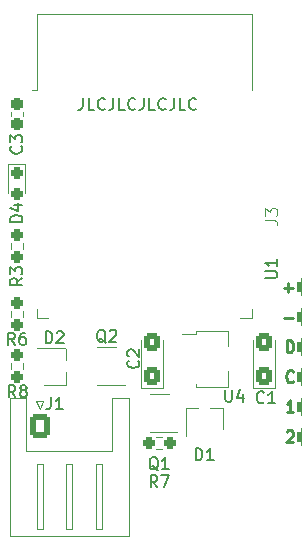
<source format=gto>
%TF.GenerationSoftware,KiCad,Pcbnew,7.0.1-0*%
%TF.CreationDate,2023-06-03T17:14:53+02:00*%
%TF.ProjectId,BatMon,4261744d-6f6e-42e6-9b69-6361645f7063,rev?*%
%TF.SameCoordinates,Original*%
%TF.FileFunction,Legend,Top*%
%TF.FilePolarity,Positive*%
%FSLAX46Y46*%
G04 Gerber Fmt 4.6, Leading zero omitted, Abs format (unit mm)*
G04 Created by KiCad (PCBNEW 7.0.1-0) date 2023-06-03 17:14:53*
%MOMM*%
%LPD*%
G01*
G04 APERTURE LIST*
G04 Aperture macros list*
%AMRoundRect*
0 Rectangle with rounded corners*
0 $1 Rounding radius*
0 $2 $3 $4 $5 $6 $7 $8 $9 X,Y pos of 4 corners*
0 Add a 4 corners polygon primitive as box body*
4,1,4,$2,$3,$4,$5,$6,$7,$8,$9,$2,$3,0*
0 Add four circle primitives for the rounded corners*
1,1,$1+$1,$2,$3*
1,1,$1+$1,$4,$5*
1,1,$1+$1,$6,$7*
1,1,$1+$1,$8,$9*
0 Add four rect primitives between the rounded corners*
20,1,$1+$1,$2,$3,$4,$5,0*
20,1,$1+$1,$4,$5,$6,$7,0*
20,1,$1+$1,$6,$7,$8,$9,0*
20,1,$1+$1,$8,$9,$2,$3,0*%
%AMFreePoly0*
4,1,9,5.362500,-0.866500,1.237500,-0.866500,1.237500,-0.450000,-1.237500,-0.450000,-1.237500,0.450000,1.237500,0.450000,1.237500,0.866500,5.362500,0.866500,5.362500,-0.866500,5.362500,-0.866500,$1*%
G04 Aperture macros list end*
%ADD10C,0.150000*%
%ADD11C,0.250000*%
%ADD12C,0.100000*%
%ADD13C,0.120000*%
%ADD14RoundRect,0.237500X-0.250000X-0.237500X0.250000X-0.237500X0.250000X0.237500X-0.250000X0.237500X0*%
%ADD15RoundRect,0.237500X-0.237500X0.250000X-0.237500X-0.250000X0.237500X-0.250000X0.237500X0.250000X0*%
%ADD16RoundRect,0.400000X3.100000X-0.400000X3.100000X0.400000X-3.100000X0.400000X-3.100000X-0.400000X0*%
%ADD17RoundRect,0.400000X2.600000X-0.400000X2.600000X0.400000X-2.600000X0.400000X-2.600000X-0.400000X0*%
%ADD18R,1.220000X0.650000*%
%ADD19RoundRect,0.237500X0.237500X-0.250000X0.237500X0.250000X-0.237500X0.250000X-0.237500X-0.250000X0*%
%ADD20RoundRect,0.237500X0.237500X-0.300000X0.237500X0.300000X-0.237500X0.300000X-0.237500X-0.300000X0*%
%ADD21C,0.600000*%
%ADD22R,3.800000X3.800000*%
%ADD23R,1.500000X0.900000*%
%ADD24R,0.900000X1.500000*%
%ADD25R,0.700000X0.510000*%
%ADD26RoundRect,0.250000X0.425000X-0.537500X0.425000X0.537500X-0.425000X0.537500X-0.425000X-0.537500X0*%
%ADD27R,2.300000X0.900000*%
%ADD28FreePoly0,0.000000*%
%ADD29R,1.000000X1.000000*%
%ADD30O,1.000000X1.000000*%
%ADD31R,0.650000X1.220000*%
%ADD32RoundRect,0.250000X-0.600000X-0.725000X0.600000X-0.725000X0.600000X0.725000X-0.600000X0.725000X0*%
%ADD33O,1.700000X1.950000*%
%ADD34RoundRect,0.237500X-0.237500X0.287500X-0.237500X-0.287500X0.237500X-0.287500X0.237500X0.287500X0*%
G04 APERTURE END LIST*
D10*
X126888809Y-56662619D02*
X126888809Y-57376904D01*
X126888809Y-57376904D02*
X126841190Y-57519761D01*
X126841190Y-57519761D02*
X126745952Y-57615000D01*
X126745952Y-57615000D02*
X126603095Y-57662619D01*
X126603095Y-57662619D02*
X126507857Y-57662619D01*
X127841190Y-57662619D02*
X127365000Y-57662619D01*
X127365000Y-57662619D02*
X127365000Y-56662619D01*
X128745952Y-57567380D02*
X128698333Y-57615000D01*
X128698333Y-57615000D02*
X128555476Y-57662619D01*
X128555476Y-57662619D02*
X128460238Y-57662619D01*
X128460238Y-57662619D02*
X128317381Y-57615000D01*
X128317381Y-57615000D02*
X128222143Y-57519761D01*
X128222143Y-57519761D02*
X128174524Y-57424523D01*
X128174524Y-57424523D02*
X128126905Y-57234047D01*
X128126905Y-57234047D02*
X128126905Y-57091190D01*
X128126905Y-57091190D02*
X128174524Y-56900714D01*
X128174524Y-56900714D02*
X128222143Y-56805476D01*
X128222143Y-56805476D02*
X128317381Y-56710238D01*
X128317381Y-56710238D02*
X128460238Y-56662619D01*
X128460238Y-56662619D02*
X128555476Y-56662619D01*
X128555476Y-56662619D02*
X128698333Y-56710238D01*
X128698333Y-56710238D02*
X128745952Y-56757857D01*
X129460238Y-56662619D02*
X129460238Y-57376904D01*
X129460238Y-57376904D02*
X129412619Y-57519761D01*
X129412619Y-57519761D02*
X129317381Y-57615000D01*
X129317381Y-57615000D02*
X129174524Y-57662619D01*
X129174524Y-57662619D02*
X129079286Y-57662619D01*
X130412619Y-57662619D02*
X129936429Y-57662619D01*
X129936429Y-57662619D02*
X129936429Y-56662619D01*
X131317381Y-57567380D02*
X131269762Y-57615000D01*
X131269762Y-57615000D02*
X131126905Y-57662619D01*
X131126905Y-57662619D02*
X131031667Y-57662619D01*
X131031667Y-57662619D02*
X130888810Y-57615000D01*
X130888810Y-57615000D02*
X130793572Y-57519761D01*
X130793572Y-57519761D02*
X130745953Y-57424523D01*
X130745953Y-57424523D02*
X130698334Y-57234047D01*
X130698334Y-57234047D02*
X130698334Y-57091190D01*
X130698334Y-57091190D02*
X130745953Y-56900714D01*
X130745953Y-56900714D02*
X130793572Y-56805476D01*
X130793572Y-56805476D02*
X130888810Y-56710238D01*
X130888810Y-56710238D02*
X131031667Y-56662619D01*
X131031667Y-56662619D02*
X131126905Y-56662619D01*
X131126905Y-56662619D02*
X131269762Y-56710238D01*
X131269762Y-56710238D02*
X131317381Y-56757857D01*
X132031667Y-56662619D02*
X132031667Y-57376904D01*
X132031667Y-57376904D02*
X131984048Y-57519761D01*
X131984048Y-57519761D02*
X131888810Y-57615000D01*
X131888810Y-57615000D02*
X131745953Y-57662619D01*
X131745953Y-57662619D02*
X131650715Y-57662619D01*
X132984048Y-57662619D02*
X132507858Y-57662619D01*
X132507858Y-57662619D02*
X132507858Y-56662619D01*
X133888810Y-57567380D02*
X133841191Y-57615000D01*
X133841191Y-57615000D02*
X133698334Y-57662619D01*
X133698334Y-57662619D02*
X133603096Y-57662619D01*
X133603096Y-57662619D02*
X133460239Y-57615000D01*
X133460239Y-57615000D02*
X133365001Y-57519761D01*
X133365001Y-57519761D02*
X133317382Y-57424523D01*
X133317382Y-57424523D02*
X133269763Y-57234047D01*
X133269763Y-57234047D02*
X133269763Y-57091190D01*
X133269763Y-57091190D02*
X133317382Y-56900714D01*
X133317382Y-56900714D02*
X133365001Y-56805476D01*
X133365001Y-56805476D02*
X133460239Y-56710238D01*
X133460239Y-56710238D02*
X133603096Y-56662619D01*
X133603096Y-56662619D02*
X133698334Y-56662619D01*
X133698334Y-56662619D02*
X133841191Y-56710238D01*
X133841191Y-56710238D02*
X133888810Y-56757857D01*
X134603096Y-56662619D02*
X134603096Y-57376904D01*
X134603096Y-57376904D02*
X134555477Y-57519761D01*
X134555477Y-57519761D02*
X134460239Y-57615000D01*
X134460239Y-57615000D02*
X134317382Y-57662619D01*
X134317382Y-57662619D02*
X134222144Y-57662619D01*
X135555477Y-57662619D02*
X135079287Y-57662619D01*
X135079287Y-57662619D02*
X135079287Y-56662619D01*
X136460239Y-57567380D02*
X136412620Y-57615000D01*
X136412620Y-57615000D02*
X136269763Y-57662619D01*
X136269763Y-57662619D02*
X136174525Y-57662619D01*
X136174525Y-57662619D02*
X136031668Y-57615000D01*
X136031668Y-57615000D02*
X135936430Y-57519761D01*
X135936430Y-57519761D02*
X135888811Y-57424523D01*
X135888811Y-57424523D02*
X135841192Y-57234047D01*
X135841192Y-57234047D02*
X135841192Y-57091190D01*
X135841192Y-57091190D02*
X135888811Y-56900714D01*
X135888811Y-56900714D02*
X135936430Y-56805476D01*
X135936430Y-56805476D02*
X136031668Y-56710238D01*
X136031668Y-56710238D02*
X136174525Y-56662619D01*
X136174525Y-56662619D02*
X136269763Y-56662619D01*
X136269763Y-56662619D02*
X136412620Y-56710238D01*
X136412620Y-56710238D02*
X136460239Y-56757857D01*
D11*
X144138095Y-84907857D02*
X144185714Y-84860238D01*
X144185714Y-84860238D02*
X144280952Y-84812619D01*
X144280952Y-84812619D02*
X144519047Y-84812619D01*
X144519047Y-84812619D02*
X144614285Y-84860238D01*
X144614285Y-84860238D02*
X144661904Y-84907857D01*
X144661904Y-84907857D02*
X144709523Y-85003095D01*
X144709523Y-85003095D02*
X144709523Y-85098333D01*
X144709523Y-85098333D02*
X144661904Y-85241190D01*
X144661904Y-85241190D02*
X144090476Y-85812619D01*
X144090476Y-85812619D02*
X144709523Y-85812619D01*
X144709523Y-83272619D02*
X144138095Y-83272619D01*
X144423809Y-83272619D02*
X144423809Y-82272619D01*
X144423809Y-82272619D02*
X144328571Y-82415476D01*
X144328571Y-82415476D02*
X144233333Y-82510714D01*
X144233333Y-82510714D02*
X144138095Y-82558333D01*
X144709523Y-80637380D02*
X144661904Y-80685000D01*
X144661904Y-80685000D02*
X144519047Y-80732619D01*
X144519047Y-80732619D02*
X144423809Y-80732619D01*
X144423809Y-80732619D02*
X144280952Y-80685000D01*
X144280952Y-80685000D02*
X144185714Y-80589761D01*
X144185714Y-80589761D02*
X144138095Y-80494523D01*
X144138095Y-80494523D02*
X144090476Y-80304047D01*
X144090476Y-80304047D02*
X144090476Y-80161190D01*
X144090476Y-80161190D02*
X144138095Y-79970714D01*
X144138095Y-79970714D02*
X144185714Y-79875476D01*
X144185714Y-79875476D02*
X144280952Y-79780238D01*
X144280952Y-79780238D02*
X144423809Y-79732619D01*
X144423809Y-79732619D02*
X144519047Y-79732619D01*
X144519047Y-79732619D02*
X144661904Y-79780238D01*
X144661904Y-79780238D02*
X144709523Y-79827857D01*
X144138095Y-78192619D02*
X144138095Y-77192619D01*
X144138095Y-77192619D02*
X144376190Y-77192619D01*
X144376190Y-77192619D02*
X144519047Y-77240238D01*
X144519047Y-77240238D02*
X144614285Y-77335476D01*
X144614285Y-77335476D02*
X144661904Y-77430714D01*
X144661904Y-77430714D02*
X144709523Y-77621190D01*
X144709523Y-77621190D02*
X144709523Y-77764047D01*
X144709523Y-77764047D02*
X144661904Y-77954523D01*
X144661904Y-77954523D02*
X144614285Y-78049761D01*
X144614285Y-78049761D02*
X144519047Y-78145000D01*
X144519047Y-78145000D02*
X144376190Y-78192619D01*
X144376190Y-78192619D02*
X144138095Y-78192619D01*
X143900000Y-75271666D02*
X144661905Y-75271666D01*
X143900000Y-72731666D02*
X144661905Y-72731666D01*
X144280952Y-73112619D02*
X144280952Y-72350714D01*
D10*
X133183333Y-89616619D02*
X132850000Y-89140428D01*
X132611905Y-89616619D02*
X132611905Y-88616619D01*
X132611905Y-88616619D02*
X132992857Y-88616619D01*
X132992857Y-88616619D02*
X133088095Y-88664238D01*
X133088095Y-88664238D02*
X133135714Y-88711857D01*
X133135714Y-88711857D02*
X133183333Y-88807095D01*
X133183333Y-88807095D02*
X133183333Y-88949952D01*
X133183333Y-88949952D02*
X133135714Y-89045190D01*
X133135714Y-89045190D02*
X133088095Y-89092809D01*
X133088095Y-89092809D02*
X132992857Y-89140428D01*
X132992857Y-89140428D02*
X132611905Y-89140428D01*
X133516667Y-88616619D02*
X134183333Y-88616619D01*
X134183333Y-88616619D02*
X133754762Y-89616619D01*
X121747619Y-71921666D02*
X121271428Y-72254999D01*
X121747619Y-72493094D02*
X120747619Y-72493094D01*
X120747619Y-72493094D02*
X120747619Y-72112142D01*
X120747619Y-72112142D02*
X120795238Y-72016904D01*
X120795238Y-72016904D02*
X120842857Y-71969285D01*
X120842857Y-71969285D02*
X120938095Y-71921666D01*
X120938095Y-71921666D02*
X121080952Y-71921666D01*
X121080952Y-71921666D02*
X121176190Y-71969285D01*
X121176190Y-71969285D02*
X121223809Y-72016904D01*
X121223809Y-72016904D02*
X121271428Y-72112142D01*
X121271428Y-72112142D02*
X121271428Y-72493094D01*
X120747619Y-71588332D02*
X120747619Y-70969285D01*
X120747619Y-70969285D02*
X121128571Y-71302618D01*
X121128571Y-71302618D02*
X121128571Y-71159761D01*
X121128571Y-71159761D02*
X121176190Y-71064523D01*
X121176190Y-71064523D02*
X121223809Y-71016904D01*
X121223809Y-71016904D02*
X121319047Y-70969285D01*
X121319047Y-70969285D02*
X121557142Y-70969285D01*
X121557142Y-70969285D02*
X121652380Y-71016904D01*
X121652380Y-71016904D02*
X121700000Y-71064523D01*
X121700000Y-71064523D02*
X121747619Y-71159761D01*
X121747619Y-71159761D02*
X121747619Y-71445475D01*
X121747619Y-71445475D02*
X121700000Y-71540713D01*
X121700000Y-71540713D02*
X121652380Y-71588332D01*
X123721905Y-77424619D02*
X123721905Y-76424619D01*
X123721905Y-76424619D02*
X123960000Y-76424619D01*
X123960000Y-76424619D02*
X124102857Y-76472238D01*
X124102857Y-76472238D02*
X124198095Y-76567476D01*
X124198095Y-76567476D02*
X124245714Y-76662714D01*
X124245714Y-76662714D02*
X124293333Y-76853190D01*
X124293333Y-76853190D02*
X124293333Y-76996047D01*
X124293333Y-76996047D02*
X124245714Y-77186523D01*
X124245714Y-77186523D02*
X124198095Y-77281761D01*
X124198095Y-77281761D02*
X124102857Y-77377000D01*
X124102857Y-77377000D02*
X123960000Y-77424619D01*
X123960000Y-77424619D02*
X123721905Y-77424619D01*
X124674286Y-76519857D02*
X124721905Y-76472238D01*
X124721905Y-76472238D02*
X124817143Y-76424619D01*
X124817143Y-76424619D02*
X125055238Y-76424619D01*
X125055238Y-76424619D02*
X125150476Y-76472238D01*
X125150476Y-76472238D02*
X125198095Y-76519857D01*
X125198095Y-76519857D02*
X125245714Y-76615095D01*
X125245714Y-76615095D02*
X125245714Y-76710333D01*
X125245714Y-76710333D02*
X125198095Y-76853190D01*
X125198095Y-76853190D02*
X124626667Y-77424619D01*
X124626667Y-77424619D02*
X125245714Y-77424619D01*
X121173333Y-81996619D02*
X120840000Y-81520428D01*
X120601905Y-81996619D02*
X120601905Y-80996619D01*
X120601905Y-80996619D02*
X120982857Y-80996619D01*
X120982857Y-80996619D02*
X121078095Y-81044238D01*
X121078095Y-81044238D02*
X121125714Y-81091857D01*
X121125714Y-81091857D02*
X121173333Y-81187095D01*
X121173333Y-81187095D02*
X121173333Y-81329952D01*
X121173333Y-81329952D02*
X121125714Y-81425190D01*
X121125714Y-81425190D02*
X121078095Y-81472809D01*
X121078095Y-81472809D02*
X120982857Y-81520428D01*
X120982857Y-81520428D02*
X120601905Y-81520428D01*
X121744762Y-81425190D02*
X121649524Y-81377571D01*
X121649524Y-81377571D02*
X121601905Y-81329952D01*
X121601905Y-81329952D02*
X121554286Y-81234714D01*
X121554286Y-81234714D02*
X121554286Y-81187095D01*
X121554286Y-81187095D02*
X121601905Y-81091857D01*
X121601905Y-81091857D02*
X121649524Y-81044238D01*
X121649524Y-81044238D02*
X121744762Y-80996619D01*
X121744762Y-80996619D02*
X121935238Y-80996619D01*
X121935238Y-80996619D02*
X122030476Y-81044238D01*
X122030476Y-81044238D02*
X122078095Y-81091857D01*
X122078095Y-81091857D02*
X122125714Y-81187095D01*
X122125714Y-81187095D02*
X122125714Y-81234714D01*
X122125714Y-81234714D02*
X122078095Y-81329952D01*
X122078095Y-81329952D02*
X122030476Y-81377571D01*
X122030476Y-81377571D02*
X121935238Y-81425190D01*
X121935238Y-81425190D02*
X121744762Y-81425190D01*
X121744762Y-81425190D02*
X121649524Y-81472809D01*
X121649524Y-81472809D02*
X121601905Y-81520428D01*
X121601905Y-81520428D02*
X121554286Y-81615666D01*
X121554286Y-81615666D02*
X121554286Y-81806142D01*
X121554286Y-81806142D02*
X121601905Y-81901380D01*
X121601905Y-81901380D02*
X121649524Y-81949000D01*
X121649524Y-81949000D02*
X121744762Y-81996619D01*
X121744762Y-81996619D02*
X121935238Y-81996619D01*
X121935238Y-81996619D02*
X122030476Y-81949000D01*
X122030476Y-81949000D02*
X122078095Y-81901380D01*
X122078095Y-81901380D02*
X122125714Y-81806142D01*
X122125714Y-81806142D02*
X122125714Y-81615666D01*
X122125714Y-81615666D02*
X122078095Y-81520428D01*
X122078095Y-81520428D02*
X122030476Y-81472809D01*
X122030476Y-81472809D02*
X121935238Y-81425190D01*
X121652380Y-60745666D02*
X121700000Y-60793285D01*
X121700000Y-60793285D02*
X121747619Y-60936142D01*
X121747619Y-60936142D02*
X121747619Y-61031380D01*
X121747619Y-61031380D02*
X121700000Y-61174237D01*
X121700000Y-61174237D02*
X121604761Y-61269475D01*
X121604761Y-61269475D02*
X121509523Y-61317094D01*
X121509523Y-61317094D02*
X121319047Y-61364713D01*
X121319047Y-61364713D02*
X121176190Y-61364713D01*
X121176190Y-61364713D02*
X120985714Y-61317094D01*
X120985714Y-61317094D02*
X120890476Y-61269475D01*
X120890476Y-61269475D02*
X120795238Y-61174237D01*
X120795238Y-61174237D02*
X120747619Y-61031380D01*
X120747619Y-61031380D02*
X120747619Y-60936142D01*
X120747619Y-60936142D02*
X120795238Y-60793285D01*
X120795238Y-60793285D02*
X120842857Y-60745666D01*
X120747619Y-60412332D02*
X120747619Y-59793285D01*
X120747619Y-59793285D02*
X121128571Y-60126618D01*
X121128571Y-60126618D02*
X121128571Y-59983761D01*
X121128571Y-59983761D02*
X121176190Y-59888523D01*
X121176190Y-59888523D02*
X121223809Y-59840904D01*
X121223809Y-59840904D02*
X121319047Y-59793285D01*
X121319047Y-59793285D02*
X121557142Y-59793285D01*
X121557142Y-59793285D02*
X121652380Y-59840904D01*
X121652380Y-59840904D02*
X121700000Y-59888523D01*
X121700000Y-59888523D02*
X121747619Y-59983761D01*
X121747619Y-59983761D02*
X121747619Y-60269475D01*
X121747619Y-60269475D02*
X121700000Y-60364713D01*
X121700000Y-60364713D02*
X121652380Y-60412332D01*
X142337619Y-71881904D02*
X143147142Y-71881904D01*
X143147142Y-71881904D02*
X143242380Y-71834285D01*
X143242380Y-71834285D02*
X143290000Y-71786666D01*
X143290000Y-71786666D02*
X143337619Y-71691428D01*
X143337619Y-71691428D02*
X143337619Y-71500952D01*
X143337619Y-71500952D02*
X143290000Y-71405714D01*
X143290000Y-71405714D02*
X143242380Y-71358095D01*
X143242380Y-71358095D02*
X143147142Y-71310476D01*
X143147142Y-71310476D02*
X142337619Y-71310476D01*
X143337619Y-70310476D02*
X143337619Y-70881904D01*
X143337619Y-70596190D02*
X142337619Y-70596190D01*
X142337619Y-70596190D02*
X142480476Y-70691428D01*
X142480476Y-70691428D02*
X142575714Y-70786666D01*
X142575714Y-70786666D02*
X142623333Y-70881904D01*
X128809761Y-77392857D02*
X128714523Y-77345238D01*
X128714523Y-77345238D02*
X128619285Y-77250000D01*
X128619285Y-77250000D02*
X128476428Y-77107142D01*
X128476428Y-77107142D02*
X128381190Y-77059523D01*
X128381190Y-77059523D02*
X128285952Y-77059523D01*
X128333571Y-77297619D02*
X128238333Y-77250000D01*
X128238333Y-77250000D02*
X128143095Y-77154761D01*
X128143095Y-77154761D02*
X128095476Y-76964285D01*
X128095476Y-76964285D02*
X128095476Y-76630952D01*
X128095476Y-76630952D02*
X128143095Y-76440476D01*
X128143095Y-76440476D02*
X128238333Y-76345238D01*
X128238333Y-76345238D02*
X128333571Y-76297619D01*
X128333571Y-76297619D02*
X128524047Y-76297619D01*
X128524047Y-76297619D02*
X128619285Y-76345238D01*
X128619285Y-76345238D02*
X128714523Y-76440476D01*
X128714523Y-76440476D02*
X128762142Y-76630952D01*
X128762142Y-76630952D02*
X128762142Y-76964285D01*
X128762142Y-76964285D02*
X128714523Y-77154761D01*
X128714523Y-77154761D02*
X128619285Y-77250000D01*
X128619285Y-77250000D02*
X128524047Y-77297619D01*
X128524047Y-77297619D02*
X128333571Y-77297619D01*
X129143095Y-76392857D02*
X129190714Y-76345238D01*
X129190714Y-76345238D02*
X129285952Y-76297619D01*
X129285952Y-76297619D02*
X129524047Y-76297619D01*
X129524047Y-76297619D02*
X129619285Y-76345238D01*
X129619285Y-76345238D02*
X129666904Y-76392857D01*
X129666904Y-76392857D02*
X129714523Y-76488095D01*
X129714523Y-76488095D02*
X129714523Y-76583333D01*
X129714523Y-76583333D02*
X129666904Y-76726190D01*
X129666904Y-76726190D02*
X129095476Y-77297619D01*
X129095476Y-77297619D02*
X129714523Y-77297619D01*
X142200333Y-82409380D02*
X142152714Y-82457000D01*
X142152714Y-82457000D02*
X142009857Y-82504619D01*
X142009857Y-82504619D02*
X141914619Y-82504619D01*
X141914619Y-82504619D02*
X141771762Y-82457000D01*
X141771762Y-82457000D02*
X141676524Y-82361761D01*
X141676524Y-82361761D02*
X141628905Y-82266523D01*
X141628905Y-82266523D02*
X141581286Y-82076047D01*
X141581286Y-82076047D02*
X141581286Y-81933190D01*
X141581286Y-81933190D02*
X141628905Y-81742714D01*
X141628905Y-81742714D02*
X141676524Y-81647476D01*
X141676524Y-81647476D02*
X141771762Y-81552238D01*
X141771762Y-81552238D02*
X141914619Y-81504619D01*
X141914619Y-81504619D02*
X142009857Y-81504619D01*
X142009857Y-81504619D02*
X142152714Y-81552238D01*
X142152714Y-81552238D02*
X142200333Y-81599857D01*
X143152714Y-82504619D02*
X142581286Y-82504619D01*
X142867000Y-82504619D02*
X142867000Y-81504619D01*
X142867000Y-81504619D02*
X142771762Y-81647476D01*
X142771762Y-81647476D02*
X142676524Y-81742714D01*
X142676524Y-81742714D02*
X142581286Y-81790333D01*
X138938095Y-81377619D02*
X138938095Y-82187142D01*
X138938095Y-82187142D02*
X138985714Y-82282380D01*
X138985714Y-82282380D02*
X139033333Y-82330000D01*
X139033333Y-82330000D02*
X139128571Y-82377619D01*
X139128571Y-82377619D02*
X139319047Y-82377619D01*
X139319047Y-82377619D02*
X139414285Y-82330000D01*
X139414285Y-82330000D02*
X139461904Y-82282380D01*
X139461904Y-82282380D02*
X139509523Y-82187142D01*
X139509523Y-82187142D02*
X139509523Y-81377619D01*
X140414285Y-81710952D02*
X140414285Y-82377619D01*
X140176190Y-81330000D02*
X139938095Y-82044285D01*
X139938095Y-82044285D02*
X140557142Y-82044285D01*
X131558380Y-78906666D02*
X131606000Y-78954285D01*
X131606000Y-78954285D02*
X131653619Y-79097142D01*
X131653619Y-79097142D02*
X131653619Y-79192380D01*
X131653619Y-79192380D02*
X131606000Y-79335237D01*
X131606000Y-79335237D02*
X131510761Y-79430475D01*
X131510761Y-79430475D02*
X131415523Y-79478094D01*
X131415523Y-79478094D02*
X131225047Y-79525713D01*
X131225047Y-79525713D02*
X131082190Y-79525713D01*
X131082190Y-79525713D02*
X130891714Y-79478094D01*
X130891714Y-79478094D02*
X130796476Y-79430475D01*
X130796476Y-79430475D02*
X130701238Y-79335237D01*
X130701238Y-79335237D02*
X130653619Y-79192380D01*
X130653619Y-79192380D02*
X130653619Y-79097142D01*
X130653619Y-79097142D02*
X130701238Y-78954285D01*
X130701238Y-78954285D02*
X130748857Y-78906666D01*
X130748857Y-78525713D02*
X130701238Y-78478094D01*
X130701238Y-78478094D02*
X130653619Y-78382856D01*
X130653619Y-78382856D02*
X130653619Y-78144761D01*
X130653619Y-78144761D02*
X130701238Y-78049523D01*
X130701238Y-78049523D02*
X130748857Y-78001904D01*
X130748857Y-78001904D02*
X130844095Y-77954285D01*
X130844095Y-77954285D02*
X130939333Y-77954285D01*
X130939333Y-77954285D02*
X131082190Y-78001904D01*
X131082190Y-78001904D02*
X131653619Y-78573332D01*
X131653619Y-78573332D02*
X131653619Y-77954285D01*
D12*
X142337619Y-67008333D02*
X143051904Y-67008333D01*
X143051904Y-67008333D02*
X143194761Y-67055952D01*
X143194761Y-67055952D02*
X143290000Y-67151190D01*
X143290000Y-67151190D02*
X143337619Y-67294047D01*
X143337619Y-67294047D02*
X143337619Y-67389285D01*
X142337619Y-66627380D02*
X142337619Y-66008333D01*
X142337619Y-66008333D02*
X142718571Y-66341666D01*
X142718571Y-66341666D02*
X142718571Y-66198809D01*
X142718571Y-66198809D02*
X142766190Y-66103571D01*
X142766190Y-66103571D02*
X142813809Y-66055952D01*
X142813809Y-66055952D02*
X142909047Y-66008333D01*
X142909047Y-66008333D02*
X143147142Y-66008333D01*
X143147142Y-66008333D02*
X143242380Y-66055952D01*
X143242380Y-66055952D02*
X143290000Y-66103571D01*
X143290000Y-66103571D02*
X143337619Y-66198809D01*
X143337619Y-66198809D02*
X143337619Y-66484523D01*
X143337619Y-66484523D02*
X143290000Y-66579761D01*
X143290000Y-66579761D02*
X143242380Y-66627380D01*
D10*
X133254761Y-88187857D02*
X133159523Y-88140238D01*
X133159523Y-88140238D02*
X133064285Y-88045000D01*
X133064285Y-88045000D02*
X132921428Y-87902142D01*
X132921428Y-87902142D02*
X132826190Y-87854523D01*
X132826190Y-87854523D02*
X132730952Y-87854523D01*
X132778571Y-88092619D02*
X132683333Y-88045000D01*
X132683333Y-88045000D02*
X132588095Y-87949761D01*
X132588095Y-87949761D02*
X132540476Y-87759285D01*
X132540476Y-87759285D02*
X132540476Y-87425952D01*
X132540476Y-87425952D02*
X132588095Y-87235476D01*
X132588095Y-87235476D02*
X132683333Y-87140238D01*
X132683333Y-87140238D02*
X132778571Y-87092619D01*
X132778571Y-87092619D02*
X132969047Y-87092619D01*
X132969047Y-87092619D02*
X133064285Y-87140238D01*
X133064285Y-87140238D02*
X133159523Y-87235476D01*
X133159523Y-87235476D02*
X133207142Y-87425952D01*
X133207142Y-87425952D02*
X133207142Y-87759285D01*
X133207142Y-87759285D02*
X133159523Y-87949761D01*
X133159523Y-87949761D02*
X133064285Y-88045000D01*
X133064285Y-88045000D02*
X132969047Y-88092619D01*
X132969047Y-88092619D02*
X132778571Y-88092619D01*
X134159523Y-88092619D02*
X133588095Y-88092619D01*
X133873809Y-88092619D02*
X133873809Y-87092619D01*
X133873809Y-87092619D02*
X133778571Y-87235476D01*
X133778571Y-87235476D02*
X133683333Y-87330714D01*
X133683333Y-87330714D02*
X133588095Y-87378333D01*
X136421905Y-87330619D02*
X136421905Y-86330619D01*
X136421905Y-86330619D02*
X136660000Y-86330619D01*
X136660000Y-86330619D02*
X136802857Y-86378238D01*
X136802857Y-86378238D02*
X136898095Y-86473476D01*
X136898095Y-86473476D02*
X136945714Y-86568714D01*
X136945714Y-86568714D02*
X136993333Y-86759190D01*
X136993333Y-86759190D02*
X136993333Y-86902047D01*
X136993333Y-86902047D02*
X136945714Y-87092523D01*
X136945714Y-87092523D02*
X136898095Y-87187761D01*
X136898095Y-87187761D02*
X136802857Y-87283000D01*
X136802857Y-87283000D02*
X136660000Y-87330619D01*
X136660000Y-87330619D02*
X136421905Y-87330619D01*
X137945714Y-87330619D02*
X137374286Y-87330619D01*
X137660000Y-87330619D02*
X137660000Y-86330619D01*
X137660000Y-86330619D02*
X137564762Y-86473476D01*
X137564762Y-86473476D02*
X137469524Y-86568714D01*
X137469524Y-86568714D02*
X137374286Y-86616333D01*
X121118333Y-77551619D02*
X120785000Y-77075428D01*
X120546905Y-77551619D02*
X120546905Y-76551619D01*
X120546905Y-76551619D02*
X120927857Y-76551619D01*
X120927857Y-76551619D02*
X121023095Y-76599238D01*
X121023095Y-76599238D02*
X121070714Y-76646857D01*
X121070714Y-76646857D02*
X121118333Y-76742095D01*
X121118333Y-76742095D02*
X121118333Y-76884952D01*
X121118333Y-76884952D02*
X121070714Y-76980190D01*
X121070714Y-76980190D02*
X121023095Y-77027809D01*
X121023095Y-77027809D02*
X120927857Y-77075428D01*
X120927857Y-77075428D02*
X120546905Y-77075428D01*
X121975476Y-76551619D02*
X121785000Y-76551619D01*
X121785000Y-76551619D02*
X121689762Y-76599238D01*
X121689762Y-76599238D02*
X121642143Y-76646857D01*
X121642143Y-76646857D02*
X121546905Y-76789714D01*
X121546905Y-76789714D02*
X121499286Y-76980190D01*
X121499286Y-76980190D02*
X121499286Y-77361142D01*
X121499286Y-77361142D02*
X121546905Y-77456380D01*
X121546905Y-77456380D02*
X121594524Y-77504000D01*
X121594524Y-77504000D02*
X121689762Y-77551619D01*
X121689762Y-77551619D02*
X121880238Y-77551619D01*
X121880238Y-77551619D02*
X121975476Y-77504000D01*
X121975476Y-77504000D02*
X122023095Y-77456380D01*
X122023095Y-77456380D02*
X122070714Y-77361142D01*
X122070714Y-77361142D02*
X122070714Y-77123047D01*
X122070714Y-77123047D02*
X122023095Y-77027809D01*
X122023095Y-77027809D02*
X121975476Y-76980190D01*
X121975476Y-76980190D02*
X121880238Y-76932571D01*
X121880238Y-76932571D02*
X121689762Y-76932571D01*
X121689762Y-76932571D02*
X121594524Y-76980190D01*
X121594524Y-76980190D02*
X121546905Y-77027809D01*
X121546905Y-77027809D02*
X121499286Y-77123047D01*
X124166666Y-82012619D02*
X124166666Y-82726904D01*
X124166666Y-82726904D02*
X124119047Y-82869761D01*
X124119047Y-82869761D02*
X124023809Y-82965000D01*
X124023809Y-82965000D02*
X123880952Y-83012619D01*
X123880952Y-83012619D02*
X123785714Y-83012619D01*
X125166666Y-83012619D02*
X124595238Y-83012619D01*
X124880952Y-83012619D02*
X124880952Y-82012619D01*
X124880952Y-82012619D02*
X124785714Y-82155476D01*
X124785714Y-82155476D02*
X124690476Y-82250714D01*
X124690476Y-82250714D02*
X124595238Y-82298333D01*
X121747619Y-67159094D02*
X120747619Y-67159094D01*
X120747619Y-67159094D02*
X120747619Y-66920999D01*
X120747619Y-66920999D02*
X120795238Y-66778142D01*
X120795238Y-66778142D02*
X120890476Y-66682904D01*
X120890476Y-66682904D02*
X120985714Y-66635285D01*
X120985714Y-66635285D02*
X121176190Y-66587666D01*
X121176190Y-66587666D02*
X121319047Y-66587666D01*
X121319047Y-66587666D02*
X121509523Y-66635285D01*
X121509523Y-66635285D02*
X121604761Y-66682904D01*
X121604761Y-66682904D02*
X121700000Y-66778142D01*
X121700000Y-66778142D02*
X121747619Y-66920999D01*
X121747619Y-66920999D02*
X121747619Y-67159094D01*
X121080952Y-65730523D02*
X121747619Y-65730523D01*
X120700000Y-65968618D02*
X121414285Y-66206713D01*
X121414285Y-66206713D02*
X121414285Y-65587666D01*
D13*
X133095276Y-85329500D02*
X133604724Y-85329500D01*
X133095276Y-86374500D02*
X133604724Y-86374500D01*
X121807500Y-68960276D02*
X121807500Y-69469724D01*
X120762500Y-68960276D02*
X120762500Y-69469724D01*
X125390000Y-77865000D02*
X122960000Y-77865000D01*
X125410000Y-77875000D02*
X125410000Y-78875000D01*
X125410000Y-79875000D02*
X125410000Y-80925000D01*
X125410000Y-80925000D02*
X123560000Y-80925000D01*
X120762500Y-79629724D02*
X120762500Y-79120276D01*
X121807500Y-79629724D02*
X121807500Y-79120276D01*
X120775000Y-58158767D02*
X120775000Y-57866233D01*
X121795000Y-58158767D02*
X121795000Y-57866233D01*
X141200000Y-75280000D02*
X140200000Y-75280000D01*
X141200000Y-74500000D02*
X141200000Y-75280000D01*
X141200000Y-49540000D02*
X141200000Y-55955000D01*
X122960000Y-75280000D02*
X123960000Y-75280000D01*
X122960000Y-74500000D02*
X122960000Y-75280000D01*
X122960000Y-55955000D02*
X122580000Y-55955000D01*
X122960000Y-49540000D02*
X141200000Y-49540000D01*
X122960000Y-49540000D02*
X122960000Y-55955000D01*
X129705000Y-77775000D02*
X128105000Y-77775000D01*
X128105000Y-80975000D02*
X130405000Y-80975000D01*
X141305000Y-81225000D02*
X143175000Y-81225000D01*
X143175000Y-81225000D02*
X143175000Y-77140000D01*
X141305000Y-77140000D02*
X141305000Y-81225000D01*
X135295000Y-76610000D02*
X136435000Y-76610000D01*
X136435000Y-76380000D02*
X136435000Y-76610000D01*
X136435000Y-76380000D02*
X139155000Y-76380000D01*
X136435000Y-81100000D02*
X136435000Y-80870000D01*
X139155000Y-76380000D02*
X139155000Y-77690000D01*
X139155000Y-79790000D02*
X139155000Y-81100000D01*
X139155000Y-81100000D02*
X136435000Y-81100000D01*
X131780000Y-81225000D02*
X133650000Y-81225000D01*
X133650000Y-81225000D02*
X133650000Y-77140000D01*
X131780000Y-77140000D02*
X131780000Y-81225000D01*
X134150000Y-81712000D02*
X132550000Y-81712000D01*
X132550000Y-84912000D02*
X134850000Y-84912000D01*
X135650000Y-82890000D02*
X135650000Y-85320000D01*
X135660000Y-82870000D02*
X136660000Y-82870000D01*
X137660000Y-82870000D02*
X138710000Y-82870000D01*
X138710000Y-82870000D02*
X138710000Y-84720000D01*
X121807500Y-74675276D02*
X121807500Y-75184724D01*
X120762500Y-74675276D02*
X120762500Y-75184724D01*
X120670000Y-82045000D02*
X122090000Y-82045000D01*
X120670000Y-93765000D02*
X120670000Y-82045000D01*
X122090000Y-82045000D02*
X122090000Y-86545000D01*
X122090000Y-86545000D02*
X125730000Y-86545000D01*
X122930000Y-82355000D02*
X123530000Y-82355000D01*
X122980000Y-87655000D02*
X122980000Y-93155000D01*
X122980000Y-93155000D02*
X123480000Y-93155000D01*
X123230000Y-82955000D02*
X122930000Y-82355000D01*
X123480000Y-87655000D02*
X122980000Y-87655000D01*
X123480000Y-93155000D02*
X123480000Y-87655000D01*
X123530000Y-82355000D02*
X123230000Y-82955000D01*
X125480000Y-87655000D02*
X125480000Y-93155000D01*
X125480000Y-93155000D02*
X125980000Y-93155000D01*
X125730000Y-93765000D02*
X120670000Y-93765000D01*
X125730000Y-93765000D02*
X130790000Y-93765000D01*
X125980000Y-87655000D02*
X125480000Y-87655000D01*
X125980000Y-93155000D02*
X125980000Y-87655000D01*
X127980000Y-87655000D02*
X127980000Y-93155000D01*
X127980000Y-93155000D02*
X128480000Y-93155000D01*
X128480000Y-87655000D02*
X127980000Y-87655000D01*
X128480000Y-93155000D02*
X128480000Y-87655000D01*
X129370000Y-82045000D02*
X129370000Y-86545000D01*
X129370000Y-86545000D02*
X125730000Y-86545000D01*
X130790000Y-82045000D02*
X129370000Y-82045000D01*
X130790000Y-93765000D02*
X130790000Y-82045000D01*
X122020000Y-62235000D02*
X120550000Y-62235000D01*
X120550000Y-62235000D02*
X120550000Y-64695000D01*
X122020000Y-64695000D02*
X122020000Y-62235000D01*
%LPC*%
D14*
X132437500Y-85852000D03*
X134262500Y-85852000D03*
D15*
X121285000Y-68302500D03*
X121285000Y-70127500D03*
D16*
X148500000Y-72650000D03*
X148500000Y-75190000D03*
D17*
X148000000Y-77730000D03*
X148000000Y-80270000D03*
X148000000Y-82810000D03*
X148000000Y-85350000D03*
D18*
X123150000Y-78425000D03*
X123150000Y-80325000D03*
X125770000Y-79375000D03*
D19*
X121285000Y-80287500D03*
X121285000Y-78462500D03*
D20*
X121285000Y-58875000D03*
X121285000Y-57150000D03*
D21*
X131980000Y-65570000D03*
X131980000Y-64170000D03*
X131280000Y-66270000D03*
X131280000Y-64870000D03*
X131280000Y-63470000D03*
D22*
X130580000Y-64870000D03*
D21*
X130555000Y-65570000D03*
X130555000Y-64170000D03*
X129880000Y-66270000D03*
X129880000Y-64870000D03*
X129880000Y-63470000D03*
X129180000Y-65570000D03*
X129180000Y-64170000D03*
D23*
X140830000Y-57150000D03*
X140830000Y-58420000D03*
X140830000Y-59690000D03*
X140830000Y-60960000D03*
X140830000Y-62230000D03*
X140830000Y-63500000D03*
X140830000Y-64770000D03*
X140830000Y-66040000D03*
X140830000Y-67310000D03*
X140830000Y-68580000D03*
X140830000Y-69850000D03*
X140830000Y-71120000D03*
X140830000Y-72390000D03*
X140830000Y-73660000D03*
D24*
X137800000Y-74910000D03*
X136530000Y-74910000D03*
X135260000Y-74910000D03*
X133990000Y-74910000D03*
X132720000Y-74910000D03*
X131450000Y-74910000D03*
X130180000Y-74910000D03*
X128910000Y-74910000D03*
X127640000Y-74910000D03*
X126370000Y-74910000D03*
D23*
X123330000Y-73660000D03*
X123330000Y-72390000D03*
X123330000Y-71120000D03*
X123330000Y-69850000D03*
X123330000Y-68580000D03*
X123330000Y-67310000D03*
X123330000Y-66040000D03*
X123330000Y-64770000D03*
X123330000Y-63500000D03*
X123330000Y-62230000D03*
X123330000Y-60960000D03*
X123330000Y-59690000D03*
X123330000Y-58420000D03*
X123330000Y-57150000D03*
D25*
X130065000Y-80325000D03*
X130065000Y-79375000D03*
X130065000Y-78425000D03*
X127745000Y-78425000D03*
X127745000Y-79375000D03*
X127745000Y-80325000D03*
D26*
X142240000Y-80177500D03*
X142240000Y-77302500D03*
D27*
X135345000Y-77240000D03*
D28*
X135432500Y-78740000D03*
D27*
X135345000Y-80240000D03*
D26*
X132715000Y-80177500D03*
X132715000Y-77302500D03*
D29*
X142875000Y-58420000D03*
D30*
X142875000Y-59690000D03*
X142875000Y-60960000D03*
X142875000Y-62230000D03*
X142875000Y-63500000D03*
X142875000Y-64770000D03*
D25*
X134510000Y-84262000D03*
X134510000Y-83312000D03*
X134510000Y-82362000D03*
X132190000Y-82362000D03*
X132190000Y-83312000D03*
X132190000Y-84262000D03*
D31*
X136210000Y-85130000D03*
X138110000Y-85130000D03*
X137160000Y-82510000D03*
D15*
X121285000Y-74017500D03*
X121285000Y-75842500D03*
D32*
X123230000Y-84455000D03*
D33*
X125730000Y-84455000D03*
X128230000Y-84455000D03*
D34*
X121285000Y-63020000D03*
X121285000Y-64770000D03*
M02*

</source>
